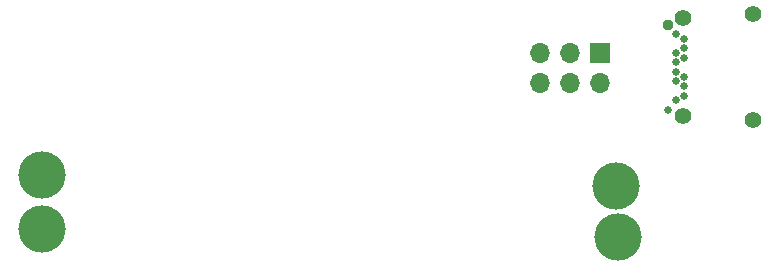
<source format=gbs>
G04 #@! TF.FileFunction,Soldermask,Bot*
%FSLAX46Y46*%
G04 Gerber Fmt 4.6, Leading zero omitted, Abs format (unit mm)*
G04 Created by KiCad (PCBNEW 4.0.7) date 05/22/18 09:46:34*
%MOMM*%
%LPD*%
G01*
G04 APERTURE LIST*
%ADD10C,0.100000*%
%ADD11C,1.400000*%
%ADD12C,0.950000*%
%ADD13C,0.650000*%
%ADD14R,1.700000X1.700000*%
%ADD15O,1.700000X1.700000*%
%ADD16C,4.000500*%
G04 APERTURE END LIST*
D10*
D11*
X135777200Y-40782200D03*
X135777200Y-32522200D03*
X141727200Y-32162200D03*
X141727200Y-41142200D03*
D12*
X134527200Y-33052200D03*
D13*
X134527200Y-40252200D03*
X135177200Y-33852200D03*
X135177200Y-35452200D03*
X135177200Y-36252200D03*
X135177200Y-37052200D03*
X135177200Y-37852200D03*
X135177200Y-39452200D03*
X135877200Y-34252200D03*
X135877200Y-35052200D03*
X135877200Y-35852200D03*
X135877200Y-37452200D03*
X135877200Y-38252200D03*
X135877200Y-39052200D03*
D14*
X128727200Y-35483800D03*
D15*
X128727200Y-38023800D03*
X126187200Y-35483800D03*
X126187200Y-38023800D03*
X123647200Y-35483800D03*
X123647200Y-38023800D03*
D16*
X81534000Y-50342800D03*
X81534000Y-45821600D03*
X130302000Y-51028600D03*
X130149600Y-46685200D03*
M02*

</source>
